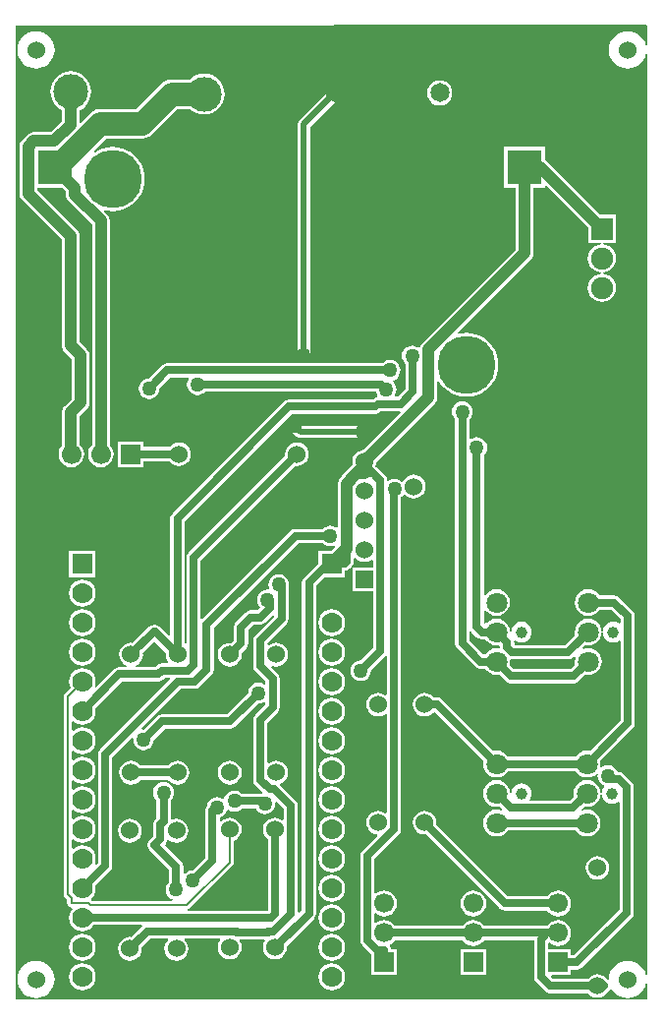
<source format=gbl>
G04 Layer_Physical_Order=2*
G04 Layer_Color=11436288*
%FSLAX24Y24*%
%MOIN*%
G70*
G01*
G75*
%ADD10C,0.0197*%
%ADD11C,0.0276*%
%ADD12C,0.0394*%
%ADD13C,0.0600*%
%ADD14C,0.0700*%
%ADD15R,0.0700X0.0700*%
%ADD16R,0.0669X0.0669*%
%ADD17C,0.0669*%
%ADD18R,0.0669X0.0669*%
%ADD19R,0.0750X0.0750*%
%ADD20C,0.0750*%
%ADD21C,0.1181*%
%ADD22C,0.0709*%
%ADD23C,0.0394*%
%ADD24R,0.0600X0.0600*%
%ADD25R,0.1181X0.1181*%
%ADD26C,0.1969*%
%ADD27C,0.0650*%
%ADD28C,0.0500*%
%ADD29C,0.0079*%
%ADD30C,0.0787*%
G36*
X20370Y25410D02*
X20443Y25354D01*
X20529Y25319D01*
X20620Y25307D01*
X20711Y25319D01*
X20752Y25336D01*
X20781Y25294D01*
X20654Y25167D01*
X20219D01*
Y24732D01*
X19729Y24241D01*
X19676Y24163D01*
X19658Y24070D01*
Y12969D01*
X19572Y12884D01*
X19522Y12905D01*
Y16511D01*
X19504Y16604D01*
X19451Y16683D01*
X18924Y17211D01*
X18936Y17269D01*
X18981Y17288D01*
X19065Y17353D01*
X19129Y17436D01*
X19169Y17533D01*
X19183Y17638D01*
X19169Y17742D01*
X19129Y17840D01*
X19065Y17923D01*
X18981Y17987D01*
X18884Y18028D01*
X18780Y18041D01*
X18675Y18028D01*
X18578Y17987D01*
X18532Y17952D01*
X18482Y17977D01*
Y19314D01*
X18839Y19671D01*
X18892Y19749D01*
X18910Y19842D01*
Y20818D01*
X18892Y20911D01*
X18839Y20989D01*
X18606Y21223D01*
X18634Y21265D01*
X18675Y21248D01*
X18780Y21234D01*
X18884Y21248D01*
X18981Y21288D01*
X19065Y21353D01*
X19129Y21436D01*
X19169Y21533D01*
X19183Y21638D01*
X19169Y21742D01*
X19129Y21840D01*
X19065Y21923D01*
X18981Y21987D01*
X18884Y22028D01*
X18780Y22041D01*
X18675Y22028D01*
X18578Y21987D01*
X18543Y21961D01*
X18496Y21982D01*
X18492Y22023D01*
X19139Y22670D01*
X19192Y22749D01*
X19210Y22841D01*
Y23912D01*
X19210Y23915D01*
X19211Y23919D01*
X19223Y24010D01*
X19211Y24101D01*
X19176Y24187D01*
X19120Y24260D01*
X19047Y24316D01*
X18961Y24351D01*
X18870Y24363D01*
X18779Y24351D01*
X18693Y24316D01*
X18620Y24260D01*
X18564Y24187D01*
X18529Y24101D01*
X18517Y24010D01*
X18529Y23919D01*
X18543Y23885D01*
X18508Y23839D01*
X18480Y23843D01*
X18389Y23831D01*
X18303Y23796D01*
X18230Y23740D01*
X18174Y23667D01*
X18139Y23581D01*
X18127Y23490D01*
X18139Y23399D01*
X18174Y23313D01*
X18230Y23240D01*
X18231Y23228D01*
X18140Y23137D01*
X17920D01*
X17827Y23118D01*
X17749Y23066D01*
X17419Y22736D01*
X17366Y22657D01*
X17348Y22564D01*
Y22124D01*
X17258Y22034D01*
X17205Y22041D01*
X17100Y22028D01*
X17003Y21987D01*
X16919Y21923D01*
X16855Y21840D01*
X16815Y21742D01*
X16801Y21638D01*
X16815Y21533D01*
X16855Y21436D01*
X16919Y21353D01*
X17003Y21288D01*
X17100Y21248D01*
X17205Y21234D01*
X17309Y21248D01*
X17406Y21288D01*
X17490Y21353D01*
X17554Y21436D01*
X17594Y21533D01*
X17608Y21638D01*
X17601Y21691D01*
X17761Y21852D01*
X17814Y21930D01*
X17832Y22023D01*
Y22464D01*
X18020Y22652D01*
X18240D01*
X18333Y22670D01*
X18411Y22723D01*
X18653Y22964D01*
X18706Y22946D01*
X18709Y22925D01*
X18069Y22285D01*
X18016Y22206D01*
X17998Y22114D01*
Y21246D01*
X18016Y21153D01*
X18069Y21074D01*
X18425Y20717D01*
Y20639D01*
X18381Y20617D01*
X18357Y20636D01*
X18271Y20671D01*
X18180Y20683D01*
X18089Y20671D01*
X18003Y20636D01*
X17930Y20580D01*
X17874Y20507D01*
X17839Y20421D01*
X17827Y20330D01*
X17828Y20321D01*
X17120Y19612D01*
X14900D01*
X14807Y19594D01*
X14729Y19541D01*
X14289Y19102D01*
X14280Y19103D01*
X14230Y19096D01*
X14207Y19144D01*
X15545Y20482D01*
X16023D01*
X16116Y20500D01*
X16195Y20553D01*
X16590Y20949D01*
X16643Y21027D01*
X16661Y21120D01*
Y22553D01*
X19526Y25418D01*
X20365D01*
X20370Y25410D01*
D02*
G37*
G36*
X28945Y21563D02*
X28927Y21520D01*
X28912Y21402D01*
X28925Y21300D01*
X28778Y21152D01*
X26852D01*
X26705Y21300D01*
X26718Y21402D01*
X26712Y21450D01*
X26748Y21484D01*
X26780Y21478D01*
X28689D01*
X28781Y21496D01*
X28860Y21549D01*
X28903Y21591D01*
X28945Y21563D01*
D02*
G37*
G36*
X25419Y22400D02*
X25589Y22230D01*
X25667Y22178D01*
X25760Y22159D01*
X25873D01*
X25936Y22078D01*
X26031Y22005D01*
X26141Y21959D01*
X26260Y21943D01*
X26332Y21953D01*
X26378Y21912D01*
Y21895D01*
X26351Y21863D01*
X26332Y21850D01*
X26260Y21860D01*
X26141Y21844D01*
X26031Y21798D01*
X25936Y21726D01*
X25873Y21644D01*
X25809D01*
X25342Y22110D01*
Y22424D01*
X25392Y22439D01*
X25419Y22400D01*
D02*
G37*
G36*
X15037Y21691D02*
X15030Y21638D01*
X15043Y21533D01*
X15084Y21436D01*
X15117Y21392D01*
X15092Y21342D01*
X14900D01*
X14807Y21324D01*
X14729Y21271D01*
X14670Y21212D01*
X14007D01*
X13997Y21262D01*
X14060Y21288D01*
X14144Y21353D01*
X14208Y21436D01*
X14248Y21533D01*
X14262Y21638D01*
X14255Y21691D01*
X14621Y22057D01*
X14671D01*
X15037Y21691D01*
D02*
G37*
G36*
X19038Y16411D02*
Y16048D01*
X18988Y16023D01*
X18942Y16058D01*
X18845Y16098D01*
X18740Y16112D01*
X18636Y16098D01*
X18538Y16058D01*
X18455Y15994D01*
X18391Y15910D01*
X18350Y15813D01*
X18337Y15709D01*
X18350Y15604D01*
X18391Y15507D01*
X18455Y15423D01*
X18498Y15391D01*
Y12959D01*
X15765D01*
X15760Y13009D01*
X15807Y13018D01*
X15853Y13049D01*
X17305Y14502D01*
X17336Y14548D01*
X17347Y14602D01*
Y15335D01*
X17406Y15359D01*
X17490Y15423D01*
X17554Y15507D01*
X17594Y15604D01*
X17608Y15709D01*
X17594Y15813D01*
X17554Y15910D01*
X17490Y15994D01*
X17406Y16058D01*
X17309Y16098D01*
X17205Y16112D01*
X17100Y16098D01*
X17003Y16058D01*
X16919Y15994D01*
X16910Y15981D01*
X16862Y15997D01*
Y16118D01*
X16871Y16119D01*
X16957Y16154D01*
X17030Y16210D01*
X17086Y16283D01*
X17115Y16354D01*
X17167Y16377D01*
X17183Y16364D01*
X17269Y16329D01*
X17360Y16317D01*
X17365Y16318D01*
X17370Y16317D01*
X17461Y16329D01*
X17547Y16364D01*
X17620Y16420D01*
X17625Y16428D01*
X18084D01*
X18094Y16403D01*
X18150Y16330D01*
X18223Y16274D01*
X18309Y16239D01*
X18400Y16227D01*
X18491Y16239D01*
X18577Y16274D01*
X18650Y16330D01*
X18706Y16403D01*
X18741Y16489D01*
X18753Y16580D01*
X18746Y16632D01*
X18794Y16655D01*
X19038Y16411D01*
D02*
G37*
G36*
X15188Y20811D02*
X12807Y18430D01*
X12754Y18351D01*
X12736Y18258D01*
Y14590D01*
X12664Y14519D01*
X12622Y14547D01*
X12643Y14599D01*
X12659Y14717D01*
X12643Y14834D01*
X12598Y14943D01*
X12526Y15037D01*
X12432Y15110D01*
X12322Y15155D01*
X12205Y15170D01*
X12087Y15155D01*
X11978Y15110D01*
X11907Y15056D01*
X11857Y15080D01*
Y15353D01*
X11907Y15377D01*
X11978Y15323D01*
X12087Y15278D01*
X12205Y15263D01*
X12322Y15278D01*
X12432Y15323D01*
X12526Y15396D01*
X12598Y15490D01*
X12643Y15599D01*
X12659Y15717D01*
X12643Y15834D01*
X12598Y15943D01*
X12526Y16037D01*
X12432Y16110D01*
X12322Y16155D01*
X12205Y16170D01*
X12087Y16155D01*
X11978Y16110D01*
X11907Y16056D01*
X11857Y16080D01*
Y16353D01*
X11907Y16377D01*
X11978Y16323D01*
X12087Y16278D01*
X12205Y16263D01*
X12322Y16278D01*
X12432Y16323D01*
X12526Y16396D01*
X12598Y16490D01*
X12643Y16599D01*
X12659Y16717D01*
X12643Y16834D01*
X12598Y16943D01*
X12526Y17037D01*
X12432Y17110D01*
X12322Y17155D01*
X12205Y17170D01*
X12087Y17155D01*
X11978Y17110D01*
X11907Y17056D01*
X11857Y17080D01*
Y17353D01*
X11907Y17377D01*
X11978Y17323D01*
X12087Y17278D01*
X12205Y17263D01*
X12322Y17278D01*
X12432Y17323D01*
X12526Y17396D01*
X12598Y17490D01*
X12643Y17599D01*
X12659Y17717D01*
X12643Y17834D01*
X12598Y17943D01*
X12526Y18037D01*
X12432Y18110D01*
X12322Y18155D01*
X12205Y18170D01*
X12087Y18155D01*
X11978Y18110D01*
X11907Y18056D01*
X11857Y18080D01*
Y18353D01*
X11907Y18377D01*
X11978Y18323D01*
X12087Y18278D01*
X12205Y18263D01*
X12322Y18278D01*
X12432Y18323D01*
X12526Y18396D01*
X12598Y18490D01*
X12643Y18599D01*
X12659Y18717D01*
X12643Y18834D01*
X12598Y18943D01*
X12526Y19037D01*
X12432Y19110D01*
X12322Y19155D01*
X12205Y19170D01*
X12087Y19155D01*
X11978Y19110D01*
X11907Y19056D01*
X11857Y19080D01*
Y19353D01*
X11907Y19377D01*
X11978Y19323D01*
X12087Y19278D01*
X12205Y19263D01*
X12322Y19278D01*
X12432Y19323D01*
X12526Y19396D01*
X12598Y19490D01*
X12643Y19599D01*
X12659Y19717D01*
X12646Y19815D01*
X13559Y20728D01*
X14770D01*
X14863Y20746D01*
X14941Y20799D01*
X15000Y20858D01*
X15169D01*
X15188Y20811D01*
D02*
G37*
G36*
X18425Y20021D02*
Y19943D01*
X18069Y19586D01*
X18016Y19507D01*
X17998Y19414D01*
Y17391D01*
X18016Y17299D01*
X18069Y17220D01*
X18321Y16967D01*
X18300Y16918D01*
X18288Y16912D01*
X17625D01*
X17620Y16920D01*
X17547Y16976D01*
X17461Y17011D01*
X17370Y17023D01*
X17365Y17022D01*
X17360Y17023D01*
X17269Y17011D01*
X17183Y16976D01*
X17110Y16920D01*
X17054Y16847D01*
X17025Y16776D01*
X16973Y16753D01*
X16957Y16766D01*
X16871Y16801D01*
X16780Y16813D01*
X16689Y16801D01*
X16603Y16766D01*
X16530Y16710D01*
X16474Y16637D01*
X16439Y16551D01*
X16433Y16509D01*
X16396Y16453D01*
X16378Y16360D01*
Y14750D01*
X15955Y14328D01*
X15945Y14329D01*
X15853Y14317D01*
X15768Y14282D01*
X15695Y14226D01*
X15682Y14209D01*
X15632Y14226D01*
Y14450D01*
X15614Y14543D01*
X15561Y14621D01*
X14993Y15190D01*
X15027Y15224D01*
X15080Y15303D01*
X15087Y15338D01*
X15142Y15358D01*
X15192Y15320D01*
X15289Y15280D01*
X15394Y15266D01*
X15498Y15280D01*
X15595Y15320D01*
X15679Y15384D01*
X15743Y15468D01*
X15783Y15565D01*
X15797Y15669D01*
X15783Y15774D01*
X15743Y15871D01*
X15679Y15955D01*
X15595Y16019D01*
X15498Y16059D01*
X15394Y16073D01*
X15289Y16059D01*
X15245Y16041D01*
X15203Y16068D01*
Y16713D01*
X15210Y16719D01*
X15266Y16792D01*
X15302Y16877D01*
X15314Y16968D01*
X15302Y17060D01*
X15266Y17145D01*
X15210Y17218D01*
X15137Y17274D01*
X15052Y17309D01*
X14961Y17322D01*
X14869Y17309D01*
X14784Y17274D01*
X14711Y17218D01*
X14655Y17145D01*
X14620Y17060D01*
X14608Y16968D01*
X14620Y16877D01*
X14655Y16792D01*
X14711Y16719D01*
X14718Y16713D01*
Y16097D01*
X14684Y16063D01*
X14632Y15985D01*
X14613Y15892D01*
Y15496D01*
X14479Y15361D01*
X14426Y15283D01*
X14408Y15190D01*
X14426Y15097D01*
X14479Y15019D01*
X15148Y14350D01*
Y13925D01*
X15140Y13920D01*
X15084Y13847D01*
X15049Y13761D01*
X15037Y13670D01*
X15049Y13579D01*
X15084Y13493D01*
X15140Y13420D01*
X15213Y13364D01*
X15268Y13342D01*
X15258Y13292D01*
X12523D01*
X12508Y13306D01*
X12499Y13312D01*
X12497Y13374D01*
X12526Y13396D01*
X12598Y13490D01*
X12643Y13599D01*
X12659Y13717D01*
X12646Y13815D01*
X13150Y14319D01*
X13202Y14397D01*
X13221Y14490D01*
Y18158D01*
X13886Y18823D01*
X13934Y18800D01*
X13927Y18750D01*
X13939Y18659D01*
X13974Y18573D01*
X14030Y18500D01*
X14103Y18444D01*
X14189Y18409D01*
X14280Y18397D01*
X14371Y18409D01*
X14457Y18444D01*
X14530Y18500D01*
X14586Y18573D01*
X14621Y18659D01*
X14633Y18750D01*
X14632Y18759D01*
X15000Y19128D01*
X17220D01*
X17313Y19146D01*
X17391Y19199D01*
X18171Y19978D01*
X18180Y19977D01*
X18271Y19989D01*
X18357Y20024D01*
X18381Y20043D01*
X18425Y20021D01*
D02*
G37*
G36*
X31374Y42953D02*
Y42281D01*
X31324Y42273D01*
X31295Y42369D01*
X31236Y42479D01*
X31157Y42575D01*
X31061Y42654D01*
X30951Y42712D01*
X30832Y42748D01*
X30709Y42761D01*
X30585Y42748D01*
X30466Y42712D01*
X30356Y42654D01*
X30260Y42575D01*
X30181Y42479D01*
X30122Y42369D01*
X30086Y42250D01*
X30074Y42126D01*
X30086Y42002D01*
X30122Y41883D01*
X30181Y41773D01*
X30260Y41677D01*
X30356Y41598D01*
X30466Y41540D01*
X30585Y41504D01*
X30709Y41491D01*
X30832Y41504D01*
X30951Y41540D01*
X31061Y41598D01*
X31157Y41677D01*
X31236Y41773D01*
X31295Y41883D01*
X31324Y41978D01*
X31374Y41971D01*
Y10785D01*
X31324Y10777D01*
X31295Y10873D01*
X31236Y10982D01*
X31157Y11079D01*
X31061Y11158D01*
X30951Y11216D01*
X30832Y11252D01*
X30709Y11264D01*
X30585Y11252D01*
X30466Y11216D01*
X30356Y11158D01*
X30260Y11079D01*
X30181Y10982D01*
X30122Y10873D01*
X30086Y10754D01*
X30076Y10652D01*
X30027Y10624D01*
X30021Y10629D01*
X29970Y10695D01*
X29887Y10759D01*
X29789Y10799D01*
X29685Y10813D01*
X29581Y10799D01*
X29483Y10759D01*
X29400Y10695D01*
X29367Y10652D01*
X28181D01*
X28109Y10724D01*
X28128Y10770D01*
X28781D01*
Y10962D01*
X28985D01*
X29077Y10981D01*
X29156Y11033D01*
X30841Y12719D01*
X30894Y12797D01*
X30912Y12890D01*
Y17150D01*
X30894Y17243D01*
X30841Y17321D01*
X30571Y17591D01*
X30493Y17644D01*
X30400Y17662D01*
X30364D01*
X30346Y17707D01*
X30290Y17780D01*
X30217Y17836D01*
X30131Y17871D01*
X30040Y17883D01*
X29949Y17871D01*
X29863Y17836D01*
X29823Y17805D01*
X29776Y17832D01*
X29789Y17929D01*
X29776Y18031D01*
X30881Y19137D01*
X30934Y19216D01*
X30952Y19308D01*
Y22940D01*
X30934Y23033D01*
X30881Y23111D01*
X30420Y23573D01*
X30341Y23626D01*
X30248Y23644D01*
X29757D01*
X29694Y23726D01*
X29599Y23798D01*
X29489Y23844D01*
X29370Y23860D01*
X29251Y23844D01*
X29141Y23798D01*
X29046Y23726D01*
X28973Y23631D01*
X28927Y23520D01*
X28912Y23402D01*
X28927Y23283D01*
X28973Y23172D01*
X29046Y23078D01*
X29141Y23005D01*
X29251Y22959D01*
X29370Y22943D01*
X29489Y22959D01*
X29599Y23005D01*
X29694Y23078D01*
X29757Y23159D01*
X30148D01*
X30468Y22840D01*
Y22711D01*
X30418Y22687D01*
X30395Y22704D01*
X30311Y22739D01*
X30220Y22751D01*
X30130Y22739D01*
X30046Y22704D01*
X29974Y22648D01*
X29918Y22576D01*
X29883Y22492D01*
X29875Y22430D01*
X29825D01*
X29813Y22520D01*
X29767Y22631D01*
X29694Y22726D01*
X29599Y22798D01*
X29489Y22844D01*
X29370Y22860D01*
X29252Y22844D01*
X29141Y22798D01*
X29046Y22726D01*
X28973Y22631D01*
X28927Y22520D01*
X28912Y22402D01*
X28925Y22300D01*
X28588Y21962D01*
X26880D01*
X26862Y21980D01*
Y22041D01*
X26850Y22102D01*
X26896Y22130D01*
X26936Y22099D01*
X27020Y22064D01*
X27110Y22053D01*
X27201Y22064D01*
X27285Y22099D01*
X27357Y22155D01*
X27413Y22227D01*
X27447Y22311D01*
X27459Y22402D01*
X27447Y22492D01*
X27413Y22576D01*
X27357Y22648D01*
X27285Y22704D01*
X27201Y22739D01*
X27110Y22751D01*
X27020Y22739D01*
X26936Y22704D01*
X26863Y22648D01*
X26808Y22576D01*
X26773Y22492D01*
X26765Y22430D01*
X26714D01*
X26703Y22520D01*
X26657Y22631D01*
X26584Y22726D01*
X26489Y22798D01*
X26378Y22844D01*
X26260Y22860D01*
X26141Y22844D01*
X26031Y22798D01*
X25936Y22726D01*
X25920Y22705D01*
X25856Y22700D01*
X25832Y22722D01*
Y23130D01*
X25882Y23147D01*
X25936Y23078D01*
X26031Y23005D01*
X26141Y22959D01*
X26260Y22943D01*
X26378Y22959D01*
X26489Y23005D01*
X26584Y23078D01*
X26657Y23172D01*
X26702Y23283D01*
X26718Y23402D01*
X26702Y23520D01*
X26657Y23631D01*
X26584Y23726D01*
X26489Y23798D01*
X26378Y23844D01*
X26260Y23860D01*
X26141Y23844D01*
X26031Y23798D01*
X25936Y23726D01*
X25882Y23656D01*
X25832Y23673D01*
Y28395D01*
X25840Y28400D01*
X25896Y28473D01*
X25931Y28559D01*
X25943Y28650D01*
X25931Y28741D01*
X25896Y28827D01*
X25840Y28900D01*
X25767Y28956D01*
X25681Y28991D01*
X25590Y29003D01*
X25499Y28991D01*
X25413Y28956D01*
X25387Y28936D01*
X25342Y28958D01*
Y29610D01*
X25350Y29615D01*
X25406Y29688D01*
X25441Y29773D01*
X25453Y29865D01*
X25441Y29956D01*
X25406Y30041D01*
X25350Y30114D01*
X25277Y30170D01*
X25191Y30206D01*
X25100Y30218D01*
X25009Y30206D01*
X24923Y30170D01*
X24850Y30114D01*
X24794Y30041D01*
X24759Y29956D01*
X24747Y29865D01*
X24759Y29773D01*
X24794Y29688D01*
X24850Y29615D01*
X24858Y29610D01*
Y22010D01*
X24876Y21917D01*
X24929Y21839D01*
X25537Y21230D01*
X25616Y21178D01*
X25708Y21159D01*
X25873D01*
X25936Y21078D01*
X26031Y21005D01*
X26141Y20959D01*
X26260Y20943D01*
X26362Y20957D01*
X26580Y20739D01*
X26659Y20686D01*
X26751Y20668D01*
X28879D01*
X28971Y20686D01*
X29050Y20739D01*
X29268Y20957D01*
X29370Y20943D01*
X29489Y20959D01*
X29599Y21005D01*
X29694Y21078D01*
X29767Y21172D01*
X29813Y21283D01*
X29828Y21402D01*
X29813Y21520D01*
X29767Y21631D01*
X29694Y21726D01*
X29599Y21798D01*
X29489Y21844D01*
X29370Y21860D01*
X29251Y21844D01*
X29209Y21826D01*
X29180Y21869D01*
X29268Y21957D01*
X29370Y21943D01*
X29489Y21959D01*
X29599Y22005D01*
X29694Y22078D01*
X29767Y22172D01*
X29813Y22283D01*
X29825Y22374D01*
X29875D01*
X29883Y22311D01*
X29918Y22227D01*
X29974Y22155D01*
X30046Y22099D01*
X30130Y22064D01*
X30220Y22053D01*
X30311Y22064D01*
X30395Y22099D01*
X30418Y22117D01*
X30468Y22092D01*
Y19409D01*
X29433Y18374D01*
X29331Y18387D01*
X29212Y18372D01*
X29102Y18326D01*
X29007Y18253D01*
X28944Y18172D01*
X26646D01*
X26584Y18253D01*
X26489Y18326D01*
X26378Y18372D01*
X26260Y18387D01*
X26158Y18374D01*
X24416Y20116D01*
X24337Y20169D01*
X24244Y20187D01*
X24137D01*
X24104Y20230D01*
X24021Y20294D01*
X23923Y20335D01*
X23819Y20348D01*
X23714Y20335D01*
X23617Y20294D01*
X23534Y20230D01*
X23470Y20147D01*
X23429Y20049D01*
X23415Y19945D01*
X23429Y19840D01*
X23470Y19743D01*
X23534Y19660D01*
X23617Y19595D01*
X23714Y19555D01*
X23819Y19541D01*
X23923Y19555D01*
X24021Y19595D01*
X24104Y19660D01*
X24109Y19666D01*
X24176Y19671D01*
X25815Y18031D01*
X25802Y17929D01*
X25817Y17811D01*
X25863Y17700D01*
X25936Y17605D01*
X26031Y17532D01*
X26141Y17486D01*
X26260Y17471D01*
X26378Y17486D01*
X26489Y17532D01*
X26584Y17605D01*
X26646Y17687D01*
X28944D01*
X29007Y17605D01*
X29102Y17532D01*
X29212Y17486D01*
X29331Y17471D01*
X29449Y17486D01*
X29560Y17532D01*
X29646Y17598D01*
X29678Y17586D01*
X29693Y17574D01*
X29687Y17530D01*
X29699Y17439D01*
X29734Y17353D01*
X29790Y17280D01*
X29863Y17224D01*
X29900Y17209D01*
X29914Y17149D01*
X29879Y17104D01*
X29844Y17019D01*
X29836Y16957D01*
X29785D01*
X29773Y17048D01*
X29728Y17158D01*
X29655Y17253D01*
X29560Y17326D01*
X29449Y17372D01*
X29331Y17387D01*
X29212Y17372D01*
X29102Y17326D01*
X29007Y17253D01*
X28934Y17158D01*
X28888Y17048D01*
X28872Y16929D01*
X28886Y16827D01*
X28741Y16682D01*
X27414D01*
X27392Y16727D01*
X27413Y16755D01*
X27447Y16839D01*
X27459Y16929D01*
X27447Y17019D01*
X27413Y17104D01*
X27357Y17176D01*
X27285Y17231D01*
X27201Y17266D01*
X27110Y17278D01*
X27020Y17266D01*
X26936Y17231D01*
X26863Y17176D01*
X26808Y17104D01*
X26773Y17019D01*
X26765Y16957D01*
X26714D01*
X26703Y17048D01*
X26657Y17158D01*
X26584Y17253D01*
X26489Y17326D01*
X26378Y17372D01*
X26260Y17387D01*
X26141Y17372D01*
X26031Y17326D01*
X25936Y17253D01*
X25863Y17158D01*
X25817Y17048D01*
X25802Y16929D01*
X25817Y16811D01*
X25863Y16700D01*
X25936Y16605D01*
X26031Y16532D01*
X26141Y16487D01*
X26260Y16471D01*
X26362Y16484D01*
X26450Y16396D01*
X26421Y16354D01*
X26378Y16372D01*
X26260Y16387D01*
X26141Y16372D01*
X26031Y16326D01*
X25936Y16253D01*
X25863Y16158D01*
X25817Y16048D01*
X25802Y15929D01*
X25817Y15811D01*
X25863Y15700D01*
X25936Y15605D01*
X26031Y15532D01*
X26141Y15487D01*
X26260Y15471D01*
X26378Y15487D01*
X26489Y15532D01*
X26584Y15605D01*
X26646Y15687D01*
X26994D01*
X27040Y15678D01*
X28951D01*
X29007Y15605D01*
X29102Y15532D01*
X29212Y15487D01*
X29331Y15471D01*
X29449Y15487D01*
X29560Y15532D01*
X29655Y15605D01*
X29728Y15700D01*
X29773Y15811D01*
X29789Y15929D01*
X29773Y16048D01*
X29728Y16158D01*
X29655Y16253D01*
X29560Y16326D01*
X29449Y16372D01*
X29331Y16387D01*
X29212Y16372D01*
X29169Y16354D01*
X29141Y16396D01*
X29229Y16484D01*
X29331Y16471D01*
X29449Y16487D01*
X29560Y16532D01*
X29655Y16605D01*
X29728Y16700D01*
X29773Y16811D01*
X29785Y16901D01*
X29836D01*
X29844Y16839D01*
X29879Y16755D01*
X29934Y16682D01*
X30007Y16627D01*
X30091Y16592D01*
X30181Y16580D01*
X30271Y16592D01*
X30356Y16627D01*
X30383Y16648D01*
X30428Y16626D01*
Y12990D01*
X28884Y11447D01*
X28781D01*
Y11639D01*
X28012D01*
Y11850D01*
X28062Y11875D01*
X28127Y11825D01*
X28233Y11781D01*
X28346Y11766D01*
X28460Y11781D01*
X28566Y11825D01*
X28656Y11895D01*
X28726Y11986D01*
X28770Y12091D01*
X28785Y12205D01*
X28770Y12318D01*
X28726Y12424D01*
X28656Y12515D01*
X28566Y12584D01*
X28460Y12628D01*
X28346Y12643D01*
X28233Y12628D01*
X28127Y12584D01*
X28036Y12515D01*
X27985Y12447D01*
X27487D01*
X27460Y12452D01*
X25830D01*
X25782Y12515D01*
X25692Y12584D01*
X25586Y12628D01*
X25472Y12643D01*
X25359Y12628D01*
X25253Y12584D01*
X25162Y12515D01*
X25111Y12447D01*
X22803D01*
X22751Y12515D01*
X22660Y12584D01*
X22554Y12628D01*
X22441Y12643D01*
X22327Y12628D01*
X22222Y12584D01*
X22161Y12538D01*
X22111Y12562D01*
Y12847D01*
X22161Y12872D01*
X22222Y12825D01*
X22327Y12781D01*
X22441Y12766D01*
X22554Y12781D01*
X22660Y12825D01*
X22751Y12895D01*
X22821Y12986D01*
X22864Y13091D01*
X22879Y13205D01*
X22864Y13318D01*
X22821Y13424D01*
X22751Y13515D01*
X22660Y13584D01*
X22554Y13628D01*
X22441Y13643D01*
X22327Y13628D01*
X22222Y13584D01*
X22161Y13538D01*
X22111Y13562D01*
Y14708D01*
X22953Y15551D01*
X23006Y15629D01*
X23024Y15722D01*
Y26971D01*
X23050Y26990D01*
X23100Y27056D01*
X23155Y27068D01*
X23169Y27049D01*
X23252Y26985D01*
X23350Y26945D01*
X23454Y26931D01*
X23558Y26945D01*
X23656Y26985D01*
X23739Y27049D01*
X23803Y27133D01*
X23844Y27230D01*
X23857Y27335D01*
X23844Y27439D01*
X23803Y27536D01*
X23739Y27620D01*
X23656Y27684D01*
X23558Y27724D01*
X23454Y27738D01*
X23350Y27724D01*
X23252Y27684D01*
X23169Y27620D01*
X23105Y27536D01*
X23093Y27508D01*
X23036Y27500D01*
X22977Y27546D01*
X22891Y27581D01*
X22800Y27593D01*
X22709Y27581D01*
X22623Y27546D01*
X22602Y27530D01*
X22581Y27534D01*
X22550Y27552D01*
X22534Y27633D01*
X22481Y27711D01*
X22251Y27941D01*
X22191Y27982D01*
X22145Y28028D01*
X22161Y28069D01*
X22172Y28150D01*
X24167Y30145D01*
X24214Y30207D01*
X24236Y30258D01*
X24244Y30279D01*
X24255Y30357D01*
Y30888D01*
X24305Y30902D01*
X24356Y30817D01*
X24467Y30688D01*
X24597Y30577D01*
X24742Y30488D01*
X24900Y30422D01*
X25066Y30382D01*
X25236Y30369D01*
X25406Y30382D01*
X25572Y30422D01*
X25730Y30488D01*
X25875Y30577D01*
X26005Y30688D01*
X26116Y30817D01*
X26205Y30963D01*
X26271Y31121D01*
X26310Y31287D01*
X26324Y31457D01*
X26310Y31627D01*
X26271Y31793D01*
X26205Y31950D01*
X26116Y32096D01*
X26005Y32226D01*
X25875Y32337D01*
X25730Y32426D01*
X25572Y32491D01*
X25406Y32531D01*
X25236Y32544D01*
X25066Y32531D01*
X24970Y32508D01*
X24944Y32553D01*
X27416Y35025D01*
X27464Y35087D01*
X27479Y35123D01*
X27494Y35159D01*
X27504Y35237D01*
Y37459D01*
X27895D01*
Y37520D01*
X27941Y37539D01*
X29362Y36119D01*
Y35592D01*
X29803D01*
X29806Y35542D01*
X29713Y35530D01*
X29598Y35482D01*
X29499Y35406D01*
X29422Y35307D01*
X29375Y35191D01*
X29358Y35067D01*
X29375Y34943D01*
X29422Y34827D01*
X29499Y34728D01*
X29598Y34652D01*
X29713Y34604D01*
X29805Y34592D01*
Y34542D01*
X29713Y34530D01*
X29598Y34482D01*
X29499Y34406D01*
X29422Y34307D01*
X29375Y34191D01*
X29358Y34067D01*
X29375Y33943D01*
X29422Y33827D01*
X29499Y33728D01*
X29598Y33652D01*
X29713Y33604D01*
X29837Y33588D01*
X29961Y33604D01*
X30077Y33652D01*
X30176Y33728D01*
X30252Y33827D01*
X30300Y33943D01*
X30316Y34067D01*
X30300Y34191D01*
X30252Y34307D01*
X30176Y34406D01*
X30077Y34482D01*
X29961Y34530D01*
X29870Y34542D01*
Y34592D01*
X29961Y34604D01*
X30077Y34652D01*
X30176Y34728D01*
X30252Y34827D01*
X30300Y34943D01*
X30316Y35067D01*
X30300Y35191D01*
X30252Y35307D01*
X30176Y35406D01*
X30077Y35482D01*
X29961Y35530D01*
X29869Y35542D01*
X29872Y35592D01*
X30312D01*
Y36542D01*
X29786D01*
X27966Y38361D01*
X27904Y38409D01*
X27895Y38413D01*
Y38840D01*
X26514D01*
Y37459D01*
X26905D01*
Y35361D01*
X23743Y32199D01*
X23696Y32137D01*
X23675Y32086D01*
X23666Y32065D01*
X23665Y32061D01*
X23612Y32038D01*
X23577Y32066D01*
X23491Y32101D01*
X23400Y32113D01*
X23309Y32101D01*
X23223Y32066D01*
X23150Y32010D01*
X23094Y31937D01*
X23059Y31851D01*
X23047Y31760D01*
X23059Y31669D01*
X23094Y31583D01*
X23150Y31510D01*
X23168Y31497D01*
Y30640D01*
X22900Y30372D01*
X22818D01*
X22796Y30417D01*
X22816Y30443D01*
X22851Y30529D01*
X22863Y30620D01*
X22851Y30711D01*
X22816Y30797D01*
X22760Y30870D01*
X22742Y30883D01*
X22756Y30935D01*
X22827Y30964D01*
X22900Y31020D01*
X22956Y31093D01*
X22991Y31179D01*
X23003Y31270D01*
X22991Y31361D01*
X22956Y31447D01*
X22900Y31520D01*
X22827Y31576D01*
X22741Y31611D01*
X22650Y31623D01*
X22559Y31611D01*
X22473Y31576D01*
X22400Y31520D01*
X22395Y31512D01*
X15090D01*
X14997Y31494D01*
X14919Y31441D01*
X14479Y31002D01*
X14470Y31003D01*
X14379Y30991D01*
X14293Y30956D01*
X14220Y30900D01*
X14164Y30827D01*
X14129Y30741D01*
X14117Y30650D01*
X14129Y30559D01*
X14164Y30473D01*
X14220Y30400D01*
X14293Y30344D01*
X14379Y30309D01*
X14470Y30297D01*
X14561Y30309D01*
X14647Y30344D01*
X14720Y30400D01*
X14776Y30473D01*
X14811Y30559D01*
X14823Y30650D01*
X14822Y30659D01*
X15190Y31028D01*
X15802D01*
X15824Y30983D01*
X15804Y30957D01*
X15769Y30871D01*
X15757Y30780D01*
X15769Y30689D01*
X15804Y30603D01*
X15860Y30530D01*
X15933Y30474D01*
X16019Y30439D01*
X16110Y30427D01*
X16201Y30439D01*
X16287Y30474D01*
X16360Y30530D01*
X16365Y30538D01*
X22168D01*
X22169Y30529D01*
X22204Y30443D01*
X22222Y30420D01*
X22202Y30365D01*
X22147Y30354D01*
X22069Y30301D01*
X22050Y30282D01*
X19210D01*
X19117Y30264D01*
X19039Y30211D01*
X15262Y26435D01*
X15209Y26356D01*
X15191Y26263D01*
Y22288D01*
X15144Y22269D01*
X14832Y22581D01*
X14754Y22634D01*
X14661Y22652D01*
X14630D01*
X14538Y22634D01*
X14459Y22581D01*
X13912Y22034D01*
X13858Y22041D01*
X13754Y22028D01*
X13657Y21987D01*
X13573Y21923D01*
X13509Y21840D01*
X13469Y21742D01*
X13455Y21638D01*
X13469Y21533D01*
X13509Y21436D01*
X13573Y21353D01*
X13657Y21288D01*
X13719Y21262D01*
X13709Y21212D01*
X13458D01*
X13365Y21194D01*
X13287Y21141D01*
X12664Y20519D01*
X12622Y20547D01*
X12643Y20599D01*
X12659Y20717D01*
X12643Y20834D01*
X12598Y20943D01*
X12526Y21037D01*
X12432Y21110D01*
X12322Y21155D01*
X12205Y21170D01*
X12087Y21155D01*
X11978Y21110D01*
X11884Y21037D01*
X11812Y20943D01*
X11766Y20834D01*
X11751Y20717D01*
X11766Y20599D01*
X11801Y20514D01*
X11615Y20328D01*
X11584Y20282D01*
X11573Y20227D01*
Y13514D01*
X11584Y13459D01*
X11615Y13413D01*
X11691Y13337D01*
Y13206D01*
X11702Y13152D01*
X11733Y13105D01*
X11779Y13075D01*
X11833Y13064D01*
X11841D01*
X11866Y13014D01*
X11812Y12943D01*
X11766Y12834D01*
X11751Y12717D01*
X11766Y12599D01*
X11812Y12490D01*
X11884Y12396D01*
X11978Y12323D01*
X12087Y12278D01*
X12205Y12263D01*
X12322Y12278D01*
X12432Y12323D01*
X12526Y12396D01*
X12586Y12474D01*
X14219D01*
X14234Y12424D01*
X14225Y12418D01*
X13872Y12066D01*
X13819Y12073D01*
X13714Y12059D01*
X13617Y12019D01*
X13534Y11955D01*
X13470Y11871D01*
X13429Y11774D01*
X13415Y11669D01*
X13429Y11565D01*
X13470Y11468D01*
X13534Y11384D01*
X13617Y11320D01*
X13714Y11280D01*
X13819Y11266D01*
X13923Y11280D01*
X14021Y11320D01*
X14104Y11384D01*
X14168Y11468D01*
X14209Y11565D01*
X14222Y11669D01*
X14215Y11723D01*
X14496Y12004D01*
X15095D01*
X15106Y11973D01*
X15108Y11954D01*
X15044Y11871D01*
X15004Y11774D01*
X14990Y11669D01*
X15004Y11565D01*
X15044Y11468D01*
X15108Y11384D01*
X15192Y11320D01*
X15289Y11280D01*
X15394Y11266D01*
X15498Y11280D01*
X15595Y11320D01*
X15679Y11384D01*
X15743Y11468D01*
X15783Y11565D01*
X15797Y11669D01*
X15783Y11774D01*
X15743Y11871D01*
X15679Y11954D01*
X15682Y11973D01*
X15692Y12004D01*
X16864D01*
X16889Y11954D01*
X16855Y11910D01*
X16815Y11813D01*
X16801Y11709D01*
X16815Y11604D01*
X16855Y11507D01*
X16919Y11423D01*
X17003Y11359D01*
X17100Y11319D01*
X17205Y11305D01*
X17309Y11319D01*
X17406Y11359D01*
X17490Y11423D01*
X17554Y11507D01*
X17594Y11604D01*
X17608Y11709D01*
X17594Y11813D01*
X17554Y11910D01*
X17534Y11937D01*
X17556Y11982D01*
X18389D01*
X18411Y11937D01*
X18391Y11910D01*
X18350Y11813D01*
X18337Y11709D01*
X18350Y11604D01*
X18391Y11507D01*
X18455Y11423D01*
X18538Y11359D01*
X18636Y11319D01*
X18740Y11305D01*
X18845Y11319D01*
X18942Y11359D01*
X19025Y11423D01*
X19090Y11507D01*
X19130Y11604D01*
X19144Y11709D01*
X19137Y11762D01*
X20071Y12697D01*
X20124Y12776D01*
X20142Y12868D01*
Y23970D01*
X20439Y24267D01*
X21119D01*
Y24479D01*
X21189Y24493D01*
X21268Y24545D01*
X21351Y24629D01*
X21404Y24707D01*
X21422Y24800D01*
Y24893D01*
X21470Y24910D01*
X21486Y24888D01*
X21570Y24824D01*
X21667Y24784D01*
X21772Y24770D01*
X21876Y24784D01*
X21973Y24824D01*
X22018Y24858D01*
X22068Y24833D01*
Y24573D01*
X21372D01*
Y23773D01*
X22068D01*
Y21850D01*
X21659Y21442D01*
X21650Y21443D01*
X21559Y21431D01*
X21473Y21396D01*
X21400Y21340D01*
X21344Y21267D01*
X21309Y21181D01*
X21297Y21090D01*
X21309Y20999D01*
X21344Y20913D01*
X21400Y20840D01*
X21473Y20784D01*
X21559Y20749D01*
X21650Y20737D01*
X21741Y20749D01*
X21827Y20784D01*
X21900Y20840D01*
X21956Y20913D01*
X21991Y20999D01*
X22003Y21090D01*
X22002Y21099D01*
X22481Y21579D01*
X22489Y21591D01*
X22539Y21575D01*
Y20285D01*
X22489Y20261D01*
X22446Y20294D01*
X22349Y20335D01*
X22244Y20348D01*
X22140Y20335D01*
X22042Y20294D01*
X21959Y20230D01*
X21895Y20147D01*
X21854Y20049D01*
X21841Y19945D01*
X21854Y19840D01*
X21895Y19743D01*
X21959Y19660D01*
X22042Y19595D01*
X22140Y19555D01*
X22244Y19541D01*
X22349Y19555D01*
X22446Y19595D01*
X22489Y19629D01*
X22539Y19604D01*
Y16285D01*
X22489Y16261D01*
X22446Y16294D01*
X22349Y16335D01*
X22244Y16348D01*
X22140Y16335D01*
X22042Y16294D01*
X21959Y16230D01*
X21895Y16147D01*
X21854Y16049D01*
X21841Y15945D01*
X21854Y15840D01*
X21895Y15743D01*
X21959Y15660D01*
X22042Y15595D01*
X22140Y15555D01*
X22194Y15548D01*
X22212Y15495D01*
X21697Y14980D01*
X21645Y14902D01*
X21626Y14809D01*
Y11968D01*
X21645Y11875D01*
X21697Y11796D01*
X22006Y11487D01*
Y10770D01*
X22876D01*
Y11639D01*
X22682D01*
X22665Y11725D01*
X22640Y11763D01*
X22659Y11824D01*
X22660Y11825D01*
X22751Y11895D01*
X22803Y11962D01*
X25111D01*
X25162Y11895D01*
X25253Y11825D01*
X25359Y11781D01*
X25472Y11766D01*
X25586Y11781D01*
X25692Y11825D01*
X25782Y11895D01*
X25838Y11968D01*
X27439D01*
X27465Y11962D01*
X27528D01*
Y10720D01*
X27546Y10627D01*
X27599Y10549D01*
X27909Y10238D01*
X27988Y10185D01*
X28081Y10167D01*
X29367D01*
X29400Y10124D01*
X29483Y10060D01*
X29581Y10020D01*
X29685Y10006D01*
X29789Y10020D01*
X29887Y10060D01*
X29970Y10124D01*
X30021Y10190D01*
X30093Y10238D01*
X30122Y10282D01*
X30180Y10279D01*
X30181Y10277D01*
X30260Y10181D01*
X30356Y10102D01*
X30466Y10044D01*
X30585Y10008D01*
X30709Y9995D01*
X30832Y10008D01*
X30951Y10044D01*
X31061Y10102D01*
X31157Y10181D01*
X31236Y10277D01*
X31295Y10387D01*
X31324Y10482D01*
X31374Y10475D01*
Y9945D01*
X9945D01*
Y42968D01*
X31338Y42988D01*
X31374Y42953D01*
D02*
G37*
G36*
X23021Y29846D02*
X21749Y28574D01*
X21667Y28563D01*
X21570Y28523D01*
X21486Y28458D01*
X21422Y28375D01*
X21382Y28278D01*
X21368Y28173D01*
X21381Y28074D01*
X21249Y27941D01*
X21009Y27701D01*
X20999Y27691D01*
X20946Y27613D01*
X20945Y27609D01*
X20916Y27570D01*
X20894Y27519D01*
X20886Y27498D01*
X20875Y27420D01*
Y25968D01*
X20825Y25944D01*
X20797Y25966D01*
X20711Y26001D01*
X20620Y26013D01*
X20529Y26001D01*
X20443Y25966D01*
X20370Y25910D01*
X20365Y25902D01*
X19426D01*
X19333Y25884D01*
X19254Y25831D01*
X16263Y22840D01*
X16213Y22861D01*
Y24807D01*
X19435Y28029D01*
X19488Y28022D01*
X19593Y28036D01*
X19690Y28076D01*
X19773Y28140D01*
X19838Y28223D01*
X19878Y28321D01*
X19892Y28425D01*
X19878Y28530D01*
X19838Y28627D01*
X19773Y28710D01*
X19690Y28775D01*
X19593Y28815D01*
X19488Y28829D01*
X19384Y28815D01*
X19286Y28775D01*
X19203Y28710D01*
X19139Y28627D01*
X19098Y28530D01*
X19085Y28425D01*
X19092Y28372D01*
X15799Y25079D01*
X15747Y25001D01*
X15728Y24908D01*
Y22034D01*
X15678Y22006D01*
X15676Y22008D01*
Y26163D01*
X19310Y29798D01*
X22150D01*
X22243Y29816D01*
X22321Y29869D01*
X22340Y29888D01*
X22992D01*
X23021Y29846D01*
D02*
G37*
%LPC*%
G36*
X20669Y11170D02*
X20552Y11155D01*
X20442Y11110D01*
X20348Y11037D01*
X20276Y10943D01*
X20231Y10834D01*
X20215Y10717D01*
X20231Y10599D01*
X20276Y10490D01*
X20348Y10396D01*
X20442Y10323D01*
X20552Y10278D01*
X20669Y10263D01*
X20787Y10278D01*
X20896Y10323D01*
X20990Y10396D01*
X21062Y10490D01*
X21108Y10599D01*
X21123Y10717D01*
X21108Y10834D01*
X21062Y10943D01*
X20990Y11037D01*
X20896Y11110D01*
X20787Y11155D01*
X20669Y11170D01*
D02*
G37*
G36*
X12205D02*
X12087Y11155D01*
X11978Y11110D01*
X11884Y11037D01*
X11812Y10943D01*
X11766Y10834D01*
X11751Y10717D01*
X11766Y10599D01*
X11812Y10490D01*
X11884Y10396D01*
X11978Y10323D01*
X12087Y10278D01*
X12205Y10263D01*
X12322Y10278D01*
X12432Y10323D01*
X12526Y10396D01*
X12598Y10490D01*
X12643Y10599D01*
X12659Y10717D01*
X12643Y10834D01*
X12598Y10943D01*
X12526Y11037D01*
X12432Y11110D01*
X12322Y11155D01*
X12205Y11170D01*
D02*
G37*
G36*
X20669Y16170D02*
X20552Y16155D01*
X20442Y16110D01*
X20348Y16037D01*
X20276Y15943D01*
X20231Y15834D01*
X20215Y15717D01*
X20231Y15599D01*
X20276Y15490D01*
X20348Y15396D01*
X20442Y15323D01*
X20552Y15278D01*
X20669Y15263D01*
X20787Y15278D01*
X20896Y15323D01*
X20990Y15396D01*
X21062Y15490D01*
X21108Y15599D01*
X21123Y15717D01*
X21108Y15834D01*
X21062Y15943D01*
X20990Y16037D01*
X20896Y16110D01*
X20787Y16155D01*
X20669Y16170D01*
D02*
G37*
G36*
Y17170D02*
X20552Y17155D01*
X20442Y17110D01*
X20348Y17037D01*
X20276Y16943D01*
X20231Y16834D01*
X20215Y16717D01*
X20231Y16599D01*
X20276Y16490D01*
X20348Y16396D01*
X20442Y16323D01*
X20552Y16278D01*
X20669Y16263D01*
X20787Y16278D01*
X20896Y16323D01*
X20990Y16396D01*
X21062Y16490D01*
X21108Y16599D01*
X21123Y16717D01*
X21108Y16834D01*
X21062Y16943D01*
X20990Y17037D01*
X20896Y17110D01*
X20787Y17155D01*
X20669Y17170D01*
D02*
G37*
G36*
X17205Y18041D02*
X17100Y18028D01*
X17003Y17987D01*
X16919Y17923D01*
X16855Y17840D01*
X16815Y17742D01*
X16801Y17638D01*
X16815Y17533D01*
X16855Y17436D01*
X16919Y17353D01*
X17003Y17288D01*
X17100Y17248D01*
X17205Y17234D01*
X17309Y17248D01*
X17406Y17288D01*
X17490Y17353D01*
X17554Y17436D01*
X17594Y17533D01*
X17608Y17638D01*
X17594Y17742D01*
X17554Y17840D01*
X17490Y17923D01*
X17406Y17987D01*
X17309Y18028D01*
X17205Y18041D01*
D02*
G37*
G36*
X13819Y16073D02*
X13714Y16059D01*
X13617Y16019D01*
X13534Y15955D01*
X13470Y15871D01*
X13429Y15774D01*
X13415Y15669D01*
X13429Y15565D01*
X13470Y15468D01*
X13534Y15384D01*
X13617Y15320D01*
X13714Y15280D01*
X13819Y15266D01*
X13923Y15280D01*
X14021Y15320D01*
X14104Y15384D01*
X14168Y15468D01*
X14209Y15565D01*
X14222Y15669D01*
X14209Y15774D01*
X14168Y15871D01*
X14104Y15955D01*
X14021Y16019D01*
X13923Y16059D01*
X13819Y16073D01*
D02*
G37*
G36*
X10630Y11264D02*
X10506Y11252D01*
X10387Y11216D01*
X10277Y11158D01*
X10181Y11079D01*
X10102Y10982D01*
X10044Y10873D01*
X10008Y10754D01*
X9995Y10630D01*
X10008Y10506D01*
X10044Y10387D01*
X10102Y10277D01*
X10181Y10181D01*
X10277Y10102D01*
X10387Y10044D01*
X10506Y10008D01*
X10630Y9995D01*
X10754Y10008D01*
X10873Y10044D01*
X10982Y10102D01*
X11079Y10181D01*
X11158Y10277D01*
X11216Y10387D01*
X11252Y10506D01*
X11264Y10630D01*
X11252Y10754D01*
X11216Y10873D01*
X11158Y10982D01*
X11079Y11079D01*
X10982Y11158D01*
X10873Y11216D01*
X10754Y11252D01*
X10630Y11264D01*
D02*
G37*
G36*
X25907Y11639D02*
X25038D01*
Y10770D01*
X25907D01*
Y11639D01*
D02*
G37*
G36*
X25472Y13643D02*
X25359Y13628D01*
X25253Y13584D01*
X25162Y13515D01*
X25093Y13424D01*
X25049Y13318D01*
X25034Y13205D01*
X25049Y13091D01*
X25093Y12986D01*
X25162Y12895D01*
X25253Y12825D01*
X25359Y12781D01*
X25472Y12766D01*
X25586Y12781D01*
X25692Y12825D01*
X25782Y12895D01*
X25852Y12986D01*
X25896Y13091D01*
X25911Y13205D01*
X25896Y13318D01*
X25852Y13424D01*
X25782Y13515D01*
X25692Y13584D01*
X25586Y13628D01*
X25472Y13643D01*
D02*
G37*
G36*
X23819Y16348D02*
X23714Y16335D01*
X23617Y16294D01*
X23534Y16230D01*
X23470Y16147D01*
X23429Y16049D01*
X23415Y15945D01*
X23429Y15840D01*
X23470Y15743D01*
X23534Y15660D01*
X23617Y15595D01*
X23714Y15555D01*
X23819Y15541D01*
X23872Y15548D01*
X26388Y13033D01*
X26466Y12981D01*
X26559Y12962D01*
X27985D01*
X28036Y12895D01*
X28127Y12825D01*
X28233Y12781D01*
X28346Y12766D01*
X28460Y12781D01*
X28566Y12825D01*
X28656Y12895D01*
X28726Y12986D01*
X28770Y13091D01*
X28785Y13205D01*
X28770Y13318D01*
X28726Y13424D01*
X28656Y13515D01*
X28566Y13584D01*
X28460Y13628D01*
X28346Y13643D01*
X28233Y13628D01*
X28127Y13584D01*
X28036Y13515D01*
X27985Y13447D01*
X26659D01*
X24215Y15891D01*
X24222Y15945D01*
X24209Y16049D01*
X24168Y16147D01*
X24104Y16230D01*
X24021Y16294D01*
X23923Y16335D01*
X23819Y16348D01*
D02*
G37*
G36*
X20669Y12170D02*
X20552Y12155D01*
X20442Y12110D01*
X20348Y12037D01*
X20276Y11943D01*
X20231Y11834D01*
X20215Y11717D01*
X20231Y11599D01*
X20276Y11490D01*
X20348Y11396D01*
X20442Y11323D01*
X20552Y11278D01*
X20669Y11263D01*
X20787Y11278D01*
X20896Y11323D01*
X20990Y11396D01*
X21062Y11490D01*
X21108Y11599D01*
X21123Y11717D01*
X21108Y11834D01*
X21062Y11943D01*
X20990Y12037D01*
X20896Y12110D01*
X20787Y12155D01*
X20669Y12170D01*
D02*
G37*
G36*
Y13170D02*
X20552Y13155D01*
X20442Y13110D01*
X20348Y13037D01*
X20276Y12943D01*
X20231Y12834D01*
X20215Y12717D01*
X20231Y12599D01*
X20276Y12490D01*
X20348Y12396D01*
X20442Y12323D01*
X20552Y12278D01*
X20669Y12263D01*
X20787Y12278D01*
X20896Y12323D01*
X20990Y12396D01*
X21062Y12490D01*
X21108Y12599D01*
X21123Y12717D01*
X21108Y12834D01*
X21062Y12943D01*
X20990Y13037D01*
X20896Y13110D01*
X20787Y13155D01*
X20669Y13170D01*
D02*
G37*
G36*
X29685Y14813D02*
X29581Y14799D01*
X29483Y14759D01*
X29400Y14695D01*
X29336Y14611D01*
X29295Y14514D01*
X29282Y14409D01*
X29295Y14305D01*
X29336Y14208D01*
X29400Y14124D01*
X29483Y14060D01*
X29581Y14020D01*
X29685Y14006D01*
X29789Y14020D01*
X29887Y14060D01*
X29970Y14124D01*
X30034Y14208D01*
X30075Y14305D01*
X30088Y14409D01*
X30075Y14514D01*
X30034Y14611D01*
X29970Y14695D01*
X29887Y14759D01*
X29789Y14799D01*
X29685Y14813D01*
D02*
G37*
G36*
X20669Y15170D02*
X20552Y15155D01*
X20442Y15110D01*
X20348Y15037D01*
X20276Y14943D01*
X20231Y14834D01*
X20215Y14717D01*
X20231Y14599D01*
X20276Y14490D01*
X20348Y14396D01*
X20442Y14323D01*
X20552Y14278D01*
X20669Y14263D01*
X20787Y14278D01*
X20896Y14323D01*
X20990Y14396D01*
X21062Y14490D01*
X21108Y14599D01*
X21123Y14717D01*
X21108Y14834D01*
X21062Y14943D01*
X20990Y15037D01*
X20896Y15110D01*
X20787Y15155D01*
X20669Y15170D01*
D02*
G37*
G36*
Y14170D02*
X20552Y14155D01*
X20442Y14110D01*
X20348Y14037D01*
X20276Y13943D01*
X20231Y13834D01*
X20215Y13717D01*
X20231Y13599D01*
X20276Y13490D01*
X20348Y13396D01*
X20442Y13323D01*
X20552Y13278D01*
X20669Y13263D01*
X20787Y13278D01*
X20896Y13323D01*
X20990Y13396D01*
X21062Y13490D01*
X21108Y13599D01*
X21123Y13717D01*
X21108Y13834D01*
X21062Y13943D01*
X20990Y14037D01*
X20896Y14110D01*
X20787Y14155D01*
X20669Y14170D01*
D02*
G37*
G36*
X12205Y12170D02*
X12087Y12155D01*
X11978Y12110D01*
X11884Y12037D01*
X11812Y11943D01*
X11766Y11834D01*
X11751Y11717D01*
X11766Y11599D01*
X11812Y11490D01*
X11884Y11396D01*
X11978Y11323D01*
X12087Y11278D01*
X12205Y11263D01*
X12322Y11278D01*
X12432Y11323D01*
X12526Y11396D01*
X12598Y11490D01*
X12643Y11599D01*
X12659Y11717D01*
X12643Y11834D01*
X12598Y11943D01*
X12526Y12037D01*
X12432Y12110D01*
X12322Y12155D01*
X12205Y12170D01*
D02*
G37*
G36*
X14269Y28860D02*
X13400D01*
Y27991D01*
X14269D01*
Y28188D01*
X15166D01*
X15203Y28140D01*
X15286Y28076D01*
X15384Y28036D01*
X15488Y28022D01*
X15593Y28036D01*
X15690Y28076D01*
X15773Y28140D01*
X15838Y28223D01*
X15878Y28321D01*
X15892Y28425D01*
X15878Y28530D01*
X15838Y28627D01*
X15773Y28710D01*
X15690Y28775D01*
X15593Y28815D01*
X15488Y28829D01*
X15384Y28815D01*
X15286Y28775D01*
X15203Y28710D01*
X15174Y28672D01*
X14269D01*
Y28860D01*
D02*
G37*
G36*
X19409Y29572D02*
X19332Y29557D01*
X19266Y29513D01*
X19223Y29448D01*
X19207Y29370D01*
X19223Y29293D01*
X19266Y29227D01*
X19463Y29030D01*
X19529Y28986D01*
X19606Y28971D01*
X21772D01*
X21849Y28986D01*
X21915Y29030D01*
X21959Y29096D01*
X21974Y29173D01*
X21959Y29251D01*
X21915Y29316D01*
X21849Y29360D01*
X21772Y29376D01*
X19690D01*
X19553Y29513D01*
X19487Y29557D01*
X19409Y29572D01*
D02*
G37*
G36*
X12205Y24170D02*
X12087Y24155D01*
X11978Y24110D01*
X11884Y24037D01*
X11812Y23943D01*
X11766Y23834D01*
X11751Y23717D01*
X11766Y23599D01*
X11812Y23490D01*
X11884Y23396D01*
X11978Y23323D01*
X12087Y23278D01*
X12205Y23263D01*
X12322Y23278D01*
X12432Y23323D01*
X12526Y23396D01*
X12598Y23490D01*
X12643Y23599D01*
X12659Y23717D01*
X12643Y23834D01*
X12598Y23943D01*
X12526Y24037D01*
X12432Y24110D01*
X12322Y24155D01*
X12205Y24170D01*
D02*
G37*
G36*
X12655Y25167D02*
X11755D01*
Y24267D01*
X12655D01*
Y25167D01*
D02*
G37*
G36*
X24331Y41098D02*
X24220Y41083D01*
X24116Y41040D01*
X24028Y40972D01*
X23960Y40884D01*
X23917Y40780D01*
X23902Y40669D01*
X23917Y40558D01*
X23960Y40455D01*
X24028Y40366D01*
X24116Y40298D01*
X24220Y40255D01*
X24331Y40241D01*
X24442Y40255D01*
X24545Y40298D01*
X24634Y40366D01*
X24702Y40455D01*
X24745Y40558D01*
X24759Y40669D01*
X24745Y40780D01*
X24702Y40884D01*
X24634Y40972D01*
X24545Y41040D01*
X24442Y41083D01*
X24331Y41098D01*
D02*
G37*
G36*
X10630Y42761D02*
X10506Y42748D01*
X10387Y42712D01*
X10277Y42654D01*
X10181Y42575D01*
X10102Y42479D01*
X10044Y42369D01*
X10008Y42250D01*
X9995Y42126D01*
X10008Y42002D01*
X10044Y41883D01*
X10102Y41773D01*
X10181Y41677D01*
X10277Y41598D01*
X10387Y41540D01*
X10506Y41504D01*
X10630Y41491D01*
X10754Y41504D01*
X10873Y41540D01*
X10982Y41598D01*
X11079Y41677D01*
X11158Y41773D01*
X11216Y41883D01*
X11252Y42002D01*
X11264Y42126D01*
X11252Y42250D01*
X11216Y42369D01*
X11158Y42479D01*
X11079Y42575D01*
X10982Y42654D01*
X10873Y42712D01*
X10754Y42748D01*
X10630Y42761D01*
D02*
G37*
G36*
X20787Y40872D02*
X20710Y40856D01*
X20644Y40812D01*
X19581Y39749D01*
X19538Y39684D01*
X19522Y39606D01*
Y31772D01*
X19538Y31694D01*
X19581Y31629D01*
X19647Y31585D01*
X19724Y31569D01*
X19802Y31585D01*
X19867Y31629D01*
X19911Y31694D01*
X19927Y31772D01*
Y39523D01*
X20930Y40526D01*
X20974Y40592D01*
X20990Y40669D01*
X20974Y40747D01*
X20930Y40812D01*
X20865Y40856D01*
X20787Y40872D01*
D02*
G37*
G36*
X11811Y41403D02*
X11676Y41389D01*
X11545Y41350D01*
X11426Y41286D01*
X11320Y41199D01*
X11234Y41094D01*
X11170Y40974D01*
X11130Y40844D01*
X11117Y40709D01*
X11130Y40573D01*
X11170Y40443D01*
X11234Y40323D01*
X11320Y40218D01*
X11426Y40132D01*
X11512Y40086D01*
Y39719D01*
X11129Y39336D01*
X10546D01*
X10469Y39326D01*
X10448Y39317D01*
X10397Y39296D01*
X10335Y39249D01*
X10161Y39075D01*
X10113Y39013D01*
X10092Y38962D01*
X10083Y38941D01*
X10073Y38863D01*
Y37262D01*
X10083Y37185D01*
X10092Y37164D01*
X10113Y37112D01*
X10161Y37050D01*
X11512Y35700D01*
Y32113D01*
X11522Y32035D01*
X11531Y32014D01*
X11552Y31963D01*
X11599Y31901D01*
X11848Y31652D01*
Y30300D01*
X11599Y30051D01*
X11599Y30051D01*
X11599Y30051D01*
X11588Y30037D01*
X11552Y29989D01*
X11552Y29989D01*
X11552Y29989D01*
X11531Y29940D01*
X11522Y29917D01*
Y29917D01*
X11522Y29917D01*
X11515Y29869D01*
X11512Y29839D01*
X11512Y29839D01*
X11512Y29839D01*
Y28718D01*
X11455Y28644D01*
X11411Y28539D01*
X11396Y28425D01*
X11411Y28312D01*
X11455Y28206D01*
X11525Y28115D01*
X11615Y28046D01*
X11721Y28002D01*
X11835Y27987D01*
X11948Y28002D01*
X12054Y28046D01*
X12145Y28115D01*
X12214Y28206D01*
X12258Y28312D01*
X12273Y28425D01*
X12258Y28539D01*
X12214Y28644D01*
X12145Y28735D01*
X12110Y28761D01*
Y29715D01*
X12359Y29964D01*
X12359Y29964D01*
X12359Y29964D01*
X12377Y29987D01*
X12407Y30026D01*
X12407Y30026D01*
X12414Y30043D01*
X12436Y30098D01*
Y30098D01*
X12436Y30098D01*
X12443Y30146D01*
X12447Y30176D01*
X12447Y30176D01*
X12447Y30176D01*
Y31776D01*
X12436Y31854D01*
X12428Y31875D01*
X12407Y31926D01*
X12359Y31988D01*
X12110Y32237D01*
Y35824D01*
X12100Y35901D01*
X12083Y35943D01*
X12070Y35973D01*
X12023Y36035D01*
X10672Y37386D01*
Y37459D01*
X11527D01*
X11648Y37338D01*
Y37225D01*
X11658Y37148D01*
X11667Y37127D01*
X11688Y37076D01*
X11736Y37014D01*
X12535Y36214D01*
Y28743D01*
X12525Y28735D01*
X12455Y28644D01*
X12411Y28539D01*
X12396Y28425D01*
X12411Y28312D01*
X12455Y28206D01*
X12525Y28115D01*
X12615Y28046D01*
X12721Y28002D01*
X12835Y27987D01*
X12948Y28002D01*
X13054Y28046D01*
X13145Y28115D01*
X13214Y28206D01*
X13258Y28312D01*
X13273Y28425D01*
X13258Y28539D01*
X13214Y28644D01*
X13145Y28735D01*
X13134Y28743D01*
Y36338D01*
X13124Y36415D01*
X13106Y36458D01*
X13094Y36488D01*
X13046Y36550D01*
X12936Y36660D01*
X12962Y36705D01*
X13058Y36682D01*
X13228Y36668D01*
X13398Y36682D01*
X13564Y36722D01*
X13722Y36787D01*
X13868Y36876D01*
X13997Y36987D01*
X14108Y37117D01*
X14197Y37262D01*
X14263Y37420D01*
X14303Y37586D01*
X14316Y37756D01*
X14303Y37926D01*
X14263Y38092D01*
X14197Y38250D01*
X14108Y38395D01*
X13997Y38525D01*
X13868Y38636D01*
X13722Y38725D01*
X13564Y38790D01*
X13398Y38830D01*
X13228Y38844D01*
X13058Y38830D01*
X12892Y38790D01*
X12735Y38725D01*
X12626Y38658D01*
X12595Y38698D01*
X13023Y39126D01*
X14229D01*
X14229Y39126D01*
X14358Y39143D01*
X14478Y39193D01*
X14581Y39272D01*
X15440Y40132D01*
X15857D01*
X15953Y40053D01*
X16073Y39989D01*
X16203Y39949D01*
X16339Y39936D01*
X16474Y39949D01*
X16604Y39989D01*
X16724Y40053D01*
X16829Y40139D01*
X16916Y40244D01*
X16980Y40364D01*
X17019Y40495D01*
X17032Y40630D01*
X17019Y40765D01*
X16980Y40895D01*
X16916Y41015D01*
X16829Y41121D01*
X16724Y41207D01*
X16604Y41271D01*
X16474Y41310D01*
X16339Y41324D01*
X16203Y41310D01*
X16073Y41271D01*
X15953Y41207D01*
X15857Y41128D01*
X15234D01*
X15234Y41128D01*
X15105Y41111D01*
X14985Y41061D01*
X14882Y40982D01*
X14022Y40122D01*
X12817D01*
X12688Y40105D01*
X12568Y40056D01*
X12465Y39977D01*
X12465Y39977D01*
X12157Y39668D01*
X12110Y39687D01*
Y40086D01*
X12197Y40132D01*
X12302Y40218D01*
X12388Y40323D01*
X12452Y40443D01*
X12492Y40573D01*
X12505Y40709D01*
X12492Y40844D01*
X12452Y40974D01*
X12388Y41094D01*
X12302Y41199D01*
X12197Y41286D01*
X12077Y41350D01*
X11946Y41389D01*
X11811Y41403D01*
D02*
G37*
G36*
X20669Y23170D02*
X20552Y23155D01*
X20442Y23110D01*
X20348Y23037D01*
X20276Y22943D01*
X20231Y22834D01*
X20215Y22717D01*
X20231Y22599D01*
X20276Y22490D01*
X20348Y22396D01*
X20442Y22323D01*
X20552Y22278D01*
X20669Y22263D01*
X20787Y22278D01*
X20896Y22323D01*
X20990Y22396D01*
X21062Y22490D01*
X21108Y22599D01*
X21123Y22717D01*
X21108Y22834D01*
X21062Y22943D01*
X20990Y23037D01*
X20896Y23110D01*
X20787Y23155D01*
X20669Y23170D01*
D02*
G37*
G36*
Y19170D02*
X20552Y19155D01*
X20442Y19110D01*
X20348Y19037D01*
X20276Y18943D01*
X20231Y18834D01*
X20215Y18717D01*
X20231Y18599D01*
X20276Y18490D01*
X20348Y18396D01*
X20442Y18323D01*
X20552Y18278D01*
X20669Y18263D01*
X20787Y18278D01*
X20896Y18323D01*
X20990Y18396D01*
X21062Y18490D01*
X21108Y18599D01*
X21123Y18717D01*
X21108Y18834D01*
X21062Y18943D01*
X20990Y19037D01*
X20896Y19110D01*
X20787Y19155D01*
X20669Y19170D01*
D02*
G37*
G36*
Y20170D02*
X20552Y20155D01*
X20442Y20110D01*
X20348Y20037D01*
X20276Y19943D01*
X20231Y19834D01*
X20215Y19717D01*
X20231Y19599D01*
X20276Y19490D01*
X20348Y19396D01*
X20442Y19323D01*
X20552Y19278D01*
X20669Y19263D01*
X20787Y19278D01*
X20896Y19323D01*
X20990Y19396D01*
X21062Y19490D01*
X21108Y19599D01*
X21123Y19717D01*
X21108Y19834D01*
X21062Y19943D01*
X20990Y20037D01*
X20896Y20110D01*
X20787Y20155D01*
X20669Y20170D01*
D02*
G37*
G36*
Y18170D02*
X20552Y18155D01*
X20442Y18110D01*
X20348Y18037D01*
X20276Y17943D01*
X20231Y17834D01*
X20215Y17717D01*
X20231Y17599D01*
X20276Y17490D01*
X20348Y17396D01*
X20442Y17323D01*
X20552Y17278D01*
X20669Y17263D01*
X20787Y17278D01*
X20896Y17323D01*
X20990Y17396D01*
X21062Y17490D01*
X21108Y17599D01*
X21123Y17717D01*
X21108Y17834D01*
X21062Y17943D01*
X20990Y18037D01*
X20896Y18110D01*
X20787Y18155D01*
X20669Y18170D01*
D02*
G37*
G36*
X15433Y18041D02*
X15329Y18028D01*
X15231Y17987D01*
X15148Y17923D01*
X15117Y17882D01*
X14175D01*
X14144Y17923D01*
X14060Y17987D01*
X13963Y18028D01*
X13858Y18041D01*
X13754Y18028D01*
X13657Y17987D01*
X13573Y17923D01*
X13509Y17840D01*
X13469Y17742D01*
X13455Y17638D01*
X13469Y17533D01*
X13509Y17436D01*
X13573Y17353D01*
X13657Y17288D01*
X13754Y17248D01*
X13858Y17234D01*
X13963Y17248D01*
X14060Y17288D01*
X14144Y17353D01*
X14178Y17398D01*
X15113D01*
X15148Y17353D01*
X15231Y17288D01*
X15329Y17248D01*
X15433Y17234D01*
X15538Y17248D01*
X15635Y17288D01*
X15718Y17353D01*
X15782Y17436D01*
X15823Y17533D01*
X15837Y17638D01*
X15823Y17742D01*
X15782Y17840D01*
X15718Y17923D01*
X15635Y17987D01*
X15538Y18028D01*
X15433Y18041D01*
D02*
G37*
G36*
X20669Y22170D02*
X20552Y22155D01*
X20442Y22110D01*
X20348Y22037D01*
X20276Y21943D01*
X20231Y21834D01*
X20215Y21717D01*
X20231Y21599D01*
X20276Y21490D01*
X20348Y21396D01*
X20442Y21323D01*
X20552Y21278D01*
X20669Y21263D01*
X20787Y21278D01*
X20896Y21323D01*
X20990Y21396D01*
X21062Y21490D01*
X21108Y21599D01*
X21123Y21717D01*
X21108Y21834D01*
X21062Y21943D01*
X20990Y22037D01*
X20896Y22110D01*
X20787Y22155D01*
X20669Y22170D01*
D02*
G37*
G36*
X12205Y23170D02*
X12087Y23155D01*
X11978Y23110D01*
X11884Y23037D01*
X11812Y22943D01*
X11766Y22834D01*
X11751Y22717D01*
X11766Y22599D01*
X11812Y22490D01*
X11884Y22396D01*
X11978Y22323D01*
X12087Y22278D01*
X12205Y22263D01*
X12322Y22278D01*
X12432Y22323D01*
X12526Y22396D01*
X12598Y22490D01*
X12643Y22599D01*
X12659Y22717D01*
X12643Y22834D01*
X12598Y22943D01*
X12526Y23037D01*
X12432Y23110D01*
X12322Y23155D01*
X12205Y23170D01*
D02*
G37*
G36*
X20669Y21170D02*
X20552Y21155D01*
X20442Y21110D01*
X20348Y21037D01*
X20276Y20943D01*
X20231Y20834D01*
X20215Y20717D01*
X20231Y20599D01*
X20276Y20490D01*
X20348Y20396D01*
X20442Y20323D01*
X20552Y20278D01*
X20669Y20263D01*
X20787Y20278D01*
X20896Y20323D01*
X20990Y20396D01*
X21062Y20490D01*
X21108Y20599D01*
X21123Y20717D01*
X21108Y20834D01*
X21062Y20943D01*
X20990Y21037D01*
X20896Y21110D01*
X20787Y21155D01*
X20669Y21170D01*
D02*
G37*
G36*
X12205Y22170D02*
X12087Y22155D01*
X11978Y22110D01*
X11884Y22037D01*
X11812Y21943D01*
X11766Y21834D01*
X11751Y21717D01*
X11766Y21599D01*
X11812Y21490D01*
X11884Y21396D01*
X11978Y21323D01*
X12087Y21278D01*
X12205Y21263D01*
X12322Y21278D01*
X12432Y21323D01*
X12526Y21396D01*
X12598Y21490D01*
X12643Y21599D01*
X12659Y21717D01*
X12643Y21834D01*
X12598Y21943D01*
X12526Y22037D01*
X12432Y22110D01*
X12322Y22155D01*
X12205Y22170D01*
D02*
G37*
%LPD*%
D10*
X19724Y39606D02*
X20787Y40669D01*
X19724Y31772D02*
Y39606D01*
X19409Y29370D02*
X19606Y29173D01*
X21772D01*
D11*
X22350Y30780D02*
X22510Y30620D01*
X15945Y13976D02*
X15946D01*
X16620Y14650D01*
X15390Y13670D02*
Y14450D01*
X18740Y12854D02*
Y15709D01*
X18603Y12717D02*
X18740Y12854D01*
X12205Y12717D02*
X18603D01*
X14396Y12246D02*
X17427D01*
X13819Y11669D02*
X14396Y12246D01*
X17450Y12224D02*
X18495D01*
X17427Y12246D02*
X17450Y12224D01*
X18664Y12246D02*
X19280Y12863D01*
X18517Y12246D02*
X18664D01*
X18495Y12224D02*
X18517Y12246D01*
X19280Y12863D02*
Y16511D01*
X22204Y11632D02*
X22441D01*
X22782Y15722D02*
Y27222D01*
X21869Y14809D02*
X22782Y15722D01*
X21869Y11968D02*
Y14809D01*
Y11968D02*
X22204Y11632D01*
X22441Y11205D02*
Y11632D01*
X21650Y21090D02*
X22310Y21750D01*
X14856Y15396D02*
Y15892D01*
X14650Y15190D02*
X14856Y15396D01*
Y15892D02*
X14961Y15997D01*
Y16968D01*
X13860Y17640D02*
X15431D01*
X13858Y17638D02*
X13860Y17640D01*
X15431D02*
X15433Y17638D01*
X14650Y15190D02*
X15390Y14450D01*
X13835Y28430D02*
X15483D01*
X17370Y16670D02*
X18310D01*
X17360D02*
X17370D01*
X18570Y23224D02*
Y23490D01*
X22310Y27520D02*
Y27540D01*
Y21750D02*
Y27520D01*
X22060Y27770D02*
X22310Y27520D01*
X21860Y27970D02*
X22060Y27770D01*
X27975Y12205D02*
X28346D01*
X27465D02*
X27975D01*
X21620Y27970D02*
X21860D01*
X22060Y27770D02*
X22080D01*
X21420D02*
X22060D01*
X21420D02*
X21620Y27970D01*
X21180Y27530D02*
X21420Y27770D01*
X21170Y27520D02*
X21180Y27530D01*
Y24800D02*
Y27530D01*
X19900Y24070D02*
X21170Y25340D01*
X27460Y12210D02*
X27465Y12205D01*
X25478Y12210D02*
X27460D01*
X25472Y12205D02*
X25478Y12210D01*
X27770Y12000D02*
X27975Y12205D01*
X27770Y10720D02*
Y12000D01*
Y10720D02*
X28081Y10409D01*
X29921D01*
X22441Y12205D02*
X25472D01*
X18740Y11709D02*
X19900Y12868D01*
Y24070D01*
X21170Y25340D02*
Y27520D01*
X20669Y24717D02*
X21097D01*
X21180Y24800D01*
X22080Y27770D02*
X22310Y27540D01*
X11260Y38150D02*
X11342D01*
X16720Y16460D02*
X16780D01*
X16620Y16360D02*
X16720Y16460D01*
X16620Y14650D02*
Y16360D01*
X19426Y25660D02*
X20620D01*
X16419Y22653D02*
X19426Y25660D01*
X16419Y21120D02*
Y22653D01*
X16023Y20724D02*
X16419Y21120D01*
X15444Y20724D02*
X16023D01*
X12978Y18258D02*
X15444Y20724D01*
X12978Y14490D02*
Y18258D01*
X12205Y13717D02*
X12978Y14490D01*
X12205Y19717D02*
X13458Y20970D01*
X14770D01*
X14900Y21100D01*
X15791D01*
X15971Y21280D01*
Y24908D01*
X19488Y28425D01*
X23819Y19945D02*
X24244D01*
X26260Y17929D01*
X29331D01*
X29370Y23402D02*
X30248D01*
X30710Y22940D01*
Y19308D02*
Y22940D01*
X29331Y17929D02*
X30710Y19308D01*
X26260Y15929D02*
X27031D01*
X27040Y15920D01*
X29322D01*
X29331Y15929D01*
X28879Y20910D02*
X29370Y21402D01*
X26751Y20910D02*
X28879D01*
X26260Y21402D02*
X26751Y20910D01*
X25760Y22402D02*
X26260D01*
X25590Y22572D02*
X25760Y22402D01*
X25590Y22572D02*
Y28650D01*
X15090Y31270D02*
X22650D01*
X14470Y30650D02*
X15090Y31270D01*
X14280Y18750D02*
X14900Y19370D01*
X17220D01*
X18180Y20330D01*
X28346Y11205D02*
X28985D01*
X30670Y12890D01*
Y17150D01*
X30400Y17420D02*
X30670Y17150D01*
X30150Y17420D02*
X30400D01*
X30040Y17530D02*
X30150Y17420D01*
X16110Y30780D02*
X22350D01*
X15433Y21638D02*
Y26263D01*
X19210Y30040D01*
X22150D01*
X22240Y30130D01*
X23000D01*
X23410Y30540D01*
Y31750D01*
X23400Y31760D02*
X23410Y31750D01*
X25100Y22010D02*
Y29865D01*
Y22010D02*
X25708Y21402D01*
X26260D01*
X14661Y22410D02*
X15433Y21638D01*
X14630Y22410D02*
X14661D01*
X13858Y21638D02*
X14630Y22410D01*
X28842Y16440D02*
X29331Y16929D01*
X26749Y16440D02*
X28842D01*
X26260Y16929D02*
X26749Y16440D01*
X28689Y21720D02*
X29370Y22402D01*
X26780Y21720D02*
X28689D01*
X26620Y21880D02*
X26780Y21720D01*
X26620Y21880D02*
Y22041D01*
X26260Y22402D02*
X26620Y22041D01*
X18870Y24010D02*
X18968Y23912D01*
Y22841D02*
Y23912D01*
X18240Y22114D02*
X18968Y22841D01*
X18240Y21246D02*
Y22114D01*
Y21246D02*
X18668Y20818D01*
Y19842D02*
Y20818D01*
X18240Y19414D02*
X18668Y19842D01*
X18240Y17391D02*
Y19414D01*
Y17391D02*
X18560Y17071D01*
X18720D01*
X19280Y16511D01*
X18480Y23490D02*
X18570D01*
X18240Y22894D02*
X18570Y23224D01*
X17920Y22894D02*
X18240D01*
X17590Y22564D02*
X17920Y22894D01*
X17590Y22023D02*
Y22564D01*
X17205Y21638D02*
X17590Y22023D01*
X26559Y13205D02*
X28346D01*
X23819Y15945D02*
X26559Y13205D01*
X18310Y16670D02*
X18400Y16580D01*
X13835Y28425D02*
Y28430D01*
X15483D02*
X15488Y28425D01*
D12*
X21772Y27770D02*
Y28173D01*
X21524Y27770D02*
X21772D01*
X21175Y27420D02*
X21524Y27770D01*
X11811Y28449D02*
X11835Y28425D01*
X20669Y24717D02*
X21175Y25222D01*
Y27420D01*
X21772Y28173D02*
X23955Y30357D01*
Y31987D01*
X27205Y35237D01*
Y38150D01*
X27755D02*
X29837Y36067D01*
X27205Y38150D02*
X27755D01*
X11260D02*
X11947Y37462D01*
Y37225D02*
Y37462D01*
Y37225D02*
X12835Y36338D01*
Y28425D02*
Y36338D01*
X11811Y28449D02*
Y29839D01*
X12147Y30176D01*
Y31776D01*
X11811Y32113D02*
X12147Y31776D01*
X11811Y32113D02*
Y35824D01*
X10372Y37262D02*
X11811Y35824D01*
X10372Y37262D02*
Y38863D01*
X10546Y39037D01*
X11253D01*
X11811Y39595D01*
Y40709D01*
D13*
X15488Y28425D02*
D03*
X19488D02*
D03*
X22244Y19945D02*
D03*
Y15945D02*
D03*
X23819Y19945D02*
D03*
Y15945D02*
D03*
X13858Y21638D02*
D03*
Y17638D02*
D03*
X18780Y21638D02*
D03*
Y17638D02*
D03*
X17205Y21638D02*
D03*
Y17638D02*
D03*
X15433Y21638D02*
D03*
Y17638D02*
D03*
X13819Y11669D02*
D03*
Y15669D02*
D03*
X15394Y11669D02*
D03*
Y15669D02*
D03*
X18740Y11709D02*
D03*
Y15709D02*
D03*
X17205Y11709D02*
D03*
Y15709D02*
D03*
X30709Y42126D02*
D03*
X10630D02*
D03*
Y10630D02*
D03*
X30709D02*
D03*
X21772Y29173D02*
D03*
Y28173D02*
D03*
Y27173D02*
D03*
Y26173D02*
D03*
Y25173D02*
D03*
X29685Y10409D02*
D03*
Y14409D02*
D03*
X23454Y28335D02*
D03*
Y27335D02*
D03*
D14*
X20669Y10717D02*
D03*
Y11717D02*
D03*
Y12717D02*
D03*
Y13717D02*
D03*
Y14717D02*
D03*
Y15717D02*
D03*
Y16717D02*
D03*
Y17717D02*
D03*
Y18717D02*
D03*
Y19717D02*
D03*
Y20717D02*
D03*
Y21717D02*
D03*
Y22717D02*
D03*
Y23717D02*
D03*
X12205Y10717D02*
D03*
Y11717D02*
D03*
Y12717D02*
D03*
Y13717D02*
D03*
Y14717D02*
D03*
Y15717D02*
D03*
Y16717D02*
D03*
Y17717D02*
D03*
Y18717D02*
D03*
Y19717D02*
D03*
Y20717D02*
D03*
Y21717D02*
D03*
Y22717D02*
D03*
Y23717D02*
D03*
D15*
X20669Y24717D02*
D03*
X12205D02*
D03*
D16*
X22441Y11205D02*
D03*
X25472Y11205D02*
D03*
X28346D02*
D03*
D17*
X22441Y12205D02*
D03*
Y13205D02*
D03*
X25472Y12205D02*
D03*
Y13205D02*
D03*
X28346Y12205D02*
D03*
Y13205D02*
D03*
X12835Y28425D02*
D03*
X11835D02*
D03*
D18*
X13835D02*
D03*
D19*
X29837Y36067D02*
D03*
D20*
Y35067D02*
D03*
Y34067D02*
D03*
Y33067D02*
D03*
D21*
X11811Y40709D02*
D03*
X13780D02*
D03*
X18307Y40630D02*
D03*
X16339D02*
D03*
D22*
X29331Y15929D02*
D03*
X29331Y16929D02*
D03*
X29331Y17929D02*
D03*
Y18929D02*
D03*
X26260Y21402D02*
D03*
X26260Y22402D02*
D03*
X26260Y23402D02*
D03*
Y24402D02*
D03*
Y15929D02*
D03*
X26260Y16929D02*
D03*
X26260Y17929D02*
D03*
Y18929D02*
D03*
X29370Y21402D02*
D03*
X29370Y22402D02*
D03*
X29370Y23402D02*
D03*
Y24402D02*
D03*
D23*
X30181Y16929D02*
D03*
X27110Y22402D02*
D03*
Y16929D02*
D03*
X30220Y22402D02*
D03*
D24*
X21772Y24173D02*
D03*
D25*
X11260Y38150D02*
D03*
X27205D02*
D03*
Y31063D02*
D03*
X11260D02*
D03*
D26*
X13228Y37756D02*
D03*
X25236Y31457D02*
D03*
D27*
X20787Y40669D02*
D03*
X24331D02*
D03*
D28*
X19724Y31772D02*
D03*
X19409Y29370D02*
D03*
X22510Y30620D02*
D03*
X15945Y13976D02*
D03*
X15390Y13670D02*
D03*
X21650Y21090D02*
D03*
X14961Y16968D02*
D03*
X16780Y16460D02*
D03*
X20620Y25660D02*
D03*
X25590Y28650D02*
D03*
X22650Y31270D02*
D03*
X14470Y30650D02*
D03*
X14280Y18750D02*
D03*
X18180Y20330D02*
D03*
X30040Y17530D02*
D03*
X16110Y30780D02*
D03*
X23400Y31760D02*
D03*
X25100Y29865D02*
D03*
X17360Y16670D02*
D03*
X22800Y27240D02*
D03*
X18870Y24010D02*
D03*
X18480Y23490D02*
D03*
X17370Y16670D02*
D03*
X18400Y16580D02*
D03*
D29*
X17205Y14602D02*
Y15709D01*
X15752Y13150D02*
X17205Y14602D01*
X11715Y20227D02*
X12205Y20717D01*
X11715Y13514D02*
Y20227D01*
Y13514D02*
X11833Y13396D01*
Y13206D02*
Y13396D01*
Y13206D02*
X12407D01*
X12464Y13150D01*
X15752D01*
D30*
X11342Y38150D02*
X12817Y39624D01*
X14229D01*
X15234Y40630D01*
X16339D01*
M02*

</source>
